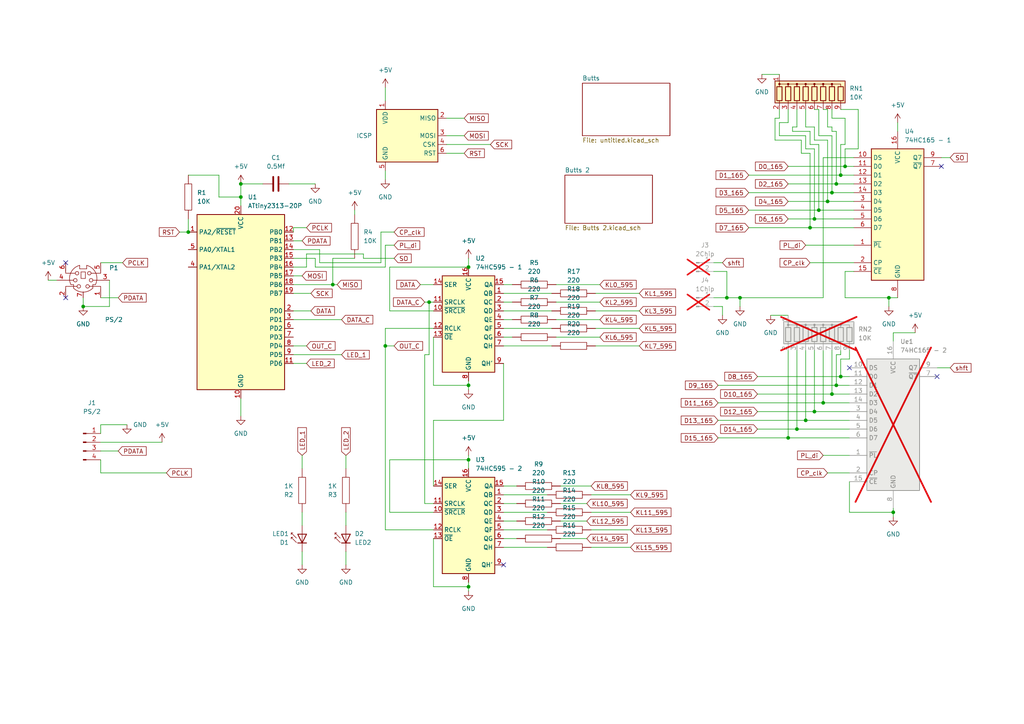
<source format=kicad_sch>
(kicad_sch (version 20230121) (generator eeschema)
  (paper "A4")
  (lib_symbols
    (symbol "74xx:74HC165"
      (property "Reference" "U" (at -7.62 19.05 0))
      (property "Value" "74HC165" (at -7.62 -21.59 0))
      (symbol "74HC165_1_0"
        (pin input line (at -12.7 -10.16 0) (length 5.08) (name "~{PL}") (number "1"))
        (pin input line (at -12.7 15.24 0) (length 5.08) (name "DS") (number "10"))
        (pin input line (at -12.7 12.7 0) (length 5.08) (name "D0") (number "11"))
        (pin input line (at -12.7 10.16 0) (length 5.08) (name "D1") (number "12"))
        (pin input line (at -12.7 7.62 0) (length 5.08) (name "D2") (number "13"))
        (pin input line (at -12.7 5.08 0) (length 5.08) (name "D3") (number "14"))
        (pin input line (at -12.7 -17.78 0) (length 5.08) (name "~{CE}") (number "15"))
        (pin power_in line (at 0 22.86 270) (length 5.08) (name "VCC") (number "16"))
        (pin input line (at -12.7 -15.24 0) (length 5.08) (name "CP") (number "2"))
        (pin input line (at -12.7 2.54 0) (length 5.08) (name "D4") (number "3"))
        (pin input line (at -12.7 0 0) (length 5.08) (name "D5") (number "4"))
        (pin input line (at -12.7 -2.54 0) (length 5.08) (name "D6") (number "5"))
        (pin input line (at -12.7 -5.08 0) (length 5.08) (name "D7") (number "6"))
        (pin output line (at 12.7 12.7 180) (length 5.08) (name "~{Q7}") (number "7"))
        (pin power_in line (at 0 -25.4 90) (length 5.08) (name "GND") (number "8"))
        (pin output line (at 12.7 15.24 180) (length 5.08) (name "Q7") (number "9"))
      )
      (symbol "74HC165_1_1"
        (rectangle (start -7.62 17.78) (end 7.62 -20.32) (stroke (width 0.254)) (fill (type background)))
      )
    )
    (symbol "74xx:74HC595"
      (property "Reference" "U" (at -7.62 13.97 0))
      (property "Value" "74HC595" (at -7.62 -16.51 0))
      (symbol "74HC595_1_0"
        (pin tri_state line (at 10.16 7.62 180) (length 2.54) (name "QB") (number "1"))
        (pin input line (at -10.16 2.54 0) (length 2.54) (name "~{SRCLR}") (number "10"))
        (pin input line (at -10.16 5.08 0) (length 2.54) (name "SRCLK") (number "11"))
        (pin input line (at -10.16 -2.54 0) (length 2.54) (name "RCLK") (number "12"))
        (pin input line (at -10.16 -5.08 0) (length 2.54) (name "~{OE}") (number "13"))
        (pin input line (at -10.16 10.16 0) (length 2.54) (name "SER") (number "14"))
        (pin tri_state line (at 10.16 10.16 180) (length 2.54) (name "QA") (number "15"))
        (pin power_in line (at 0 15.24 270) (length 2.54) (name "VCC") (number "16"))
        (pin tri_state line (at 10.16 5.08 180) (length 2.54) (name "QC") (number "2"))
        (pin tri_state line (at 10.16 2.54 180) (length 2.54) (name "QD") (number "3"))
        (pin tri_state line (at 10.16 0 180) (length 2.54) (name "QE") (number "4"))
        (pin tri_state line (at 10.16 -2.54 180) (length 2.54) (name "QF") (number "5"))
        (pin tri_state line (at 10.16 -5.08 180) (length 2.54) (name "QG") (number "6"))
        (pin tri_state line (at 10.16 -7.62 180) (length 2.54) (name "QH") (number "7"))
        (pin power_in line (at 0 -17.78 90) (length 2.54) (name "GND") (number "8"))
        (pin output line (at 10.16 -12.7 180) (length 2.54) (name "QH'") (number "9"))
      )
      (symbol "74HC595_1_1"
        (rectangle (start -7.62 12.7) (end 7.62 -15.24) (stroke (width 0.254)) (fill (type background)))
      )
    )
    (symbol "Connector:Conn_01x02_Male" (pin_names (offset 1.016) hide)
      (property "Reference" "J" (at 0 2.54 0))
      (property "Value" "Conn_01x02_Male" (at 0 -5.08 0))
      (symbol "Conn_01x02_Male_1_1"
        (polyline (pts (xy 1.27 -2.54) (xy 0.8636 -2.54)) (stroke (width 0.1524)))
        (polyline (pts (xy 1.27 0) (xy 0.8636 0)) (stroke (width 0.1524)))
        (rectangle (start 0.8636 -2.413) (end 0 -2.667) (stroke (width 0.1524)) (fill (type outline)))
        (rectangle (start 0.8636 0.127) (end 0 -0.127) (stroke (width 0.1524)) (fill (type outline)))
        (pin passive line (at 5.08 0 180) (length 3.81) (name "Pin_1") (number "1"))
        (pin passive line (at 5.08 -2.54 180) (length 3.81) (name "Pin_2") (number "2"))
      )
    )
    (symbol "Connector:Conn_01x04_Male" (pin_names (offset 1.016) hide)
      (property "Reference" "J" (at 0 5.08 0))
      (property "Value" "Conn_01x04_Male" (at 0 -7.62 0))
      (symbol "Conn_01x04_Male_1_1"
        (polyline (pts (xy 1.27 -5.08) (xy 0.8636 -5.08)) (stroke (width 0.1524)))
        (polyline (pts (xy 1.27 -2.54) (xy 0.8636 -2.54)) (stroke (width 0.1524)))
        (polyline (pts (xy 1.27 0) (xy 0.8636 0)) (stroke (width 0.1524)))
        (polyline (pts (xy 1.27 2.54) (xy 0.8636 2.54)) (stroke (width 0.1524)))
        (rectangle (start 0.8636 -4.953) (end 0 -5.207) (stroke (width 0.1524)) (fill (type outline)))
        (rectangle (start 0.8636 -2.413) (end 0 -2.667) (stroke (width 0.1524)) (fill (type outline)))
        (rectangle (start 0.8636 0.127) (end 0 -0.127) (stroke (width 0.1524)) (fill (type outline)))
        (rectangle (start 0.8636 2.667) (end 0 2.413) (stroke (width 0.1524)) (fill (type outline)))
        (pin passive line (at 5.08 2.54 180) (length 3.81) (name "Pin_1") (number "1"))
        (pin passive line (at 5.08 0 180) (length 3.81) (name "Pin_2") (number "2"))
        (pin passive line (at 5.08 -2.54 180) (length 3.81) (name "Pin_3") (number "3"))
        (pin passive line (at 5.08 -5.08 180) (length 3.81) (name "Pin_4") (number "4"))
      )
    )
    (symbol "Connector:Conn_PIC_ICSP_ICD"
      (property "Value" "ICSP" (at -8.89 0.0001 0))
      (symbol "Conn_PIC_ICSP_ICD_0_1"
        (rectangle (start -7.62 7.62) (end 10.16 -7.62) (stroke (width 0.254)) (fill (type background)))
      )
      (symbol "Conn_PIC_ICSP_ICD_1_1"
        (pin passive line (at -5.08 10.16 270) (length 2.54) (name "VDD") (number "1"))
        (pin passive line (at 12.7 5.08 180) (length 2.54) (name "MISO") (number "2"))
        (pin bidirectional line (at 12.7 0 180) (length 2.54) (name "MOSI") (number "3"))
        (pin output line (at 12.7 -2.54 180) (length 2.54) (name "CSK") (number "4"))
        (pin power_in line (at -5.08 -10.16 90) (length 2.54) (name "GND") (number "5"))
        (pin output line (at 12.7 -5.08 180) (length 2.54) (name "RST") (number "6"))
      )
    )
    (symbol "Custom1:Mini-DIN_6pins_ver4" (pin_names (offset 1.016) hide)
      (property "Reference" "P" (at 0 7.62 0))
      (property "Value" "Mini-DIN_6pins_ver4" (at 0 -7.62 0))
      (symbol "Mini-DIN_6pins_ver4_0_1"
        (arc (start -2.794 -2.286) (mid 0 -3.4433) (end 2.794 -2.286))
        (circle (center -2.286 0) (radius 0.508))
        (circle (center -1.778 2.032) (radius 0.508))
        (circle (center -1.27 -1.778) (radius 0.508))
        (arc (start -1.016 4.318) (mid -3.6119 2.131) (end -3.556 -1.27))
        (rectangle (start -0.635 2.413) (end 0.635 0.508))
        (polyline (pts (xy -5.08 0) (xy -2.794 0)))
        (polyline (pts (xy -2.794 -1.27) (xy -3.556 -1.27)))
        (polyline (pts (xy -2.794 -1.27) (xy -2.794 -2.286)))
        (polyline (pts (xy -1.016 3.302) (xy -1.016 4.318)))
        (polyline (pts (xy -1.016 3.302) (xy 1.016 3.302)))
        (polyline (pts (xy 1.016 3.302) (xy 1.016 4.318)))
        (polyline (pts (xy 2.794 -1.27) (xy 2.794 -2.286)))
        (polyline (pts (xy 2.794 -1.27) (xy 3.556 -1.27)))
        (polyline (pts (xy 2.794 0) (xy 5.08 0)))
        (polyline (pts (xy -2.286 2.032) (xy -5.08 2.032) (xy -5.08 2.54)))
        (polyline (pts (xy -1.778 -1.778) (xy -5.08 -1.778) (xy -5.08 -2.54)))
        (polyline (pts (xy 1.778 -1.778) (xy 5.08 -1.778) (xy 5.08 -2.54)))
        (polyline (pts (xy 2.286 2.032) (xy 5.08 2.032) (xy 5.08 2.54)))
        (circle (center 1.27 -1.778) (radius 0.508))
        (circle (center 1.778 2.032) (radius 0.508))
        (circle (center 2.286 0) (radius 0.508))
        (arc (start 3.556 -1.27) (mid 3.6268 2.1377) (end 1.016 4.318))
      )
      (symbol "Mini-DIN_6pins_ver4_1_1"
        (pin passive line (at 5.08 -5.08 90) (length 2.54) (name "1") (number "1"))
        (pin passive line (at -5.08 -5.08 90) (length 2.54) (name "2") (number "2"))
        (pin passive line (at 7.62 0 180) (length 2.54) (name "3") (number "3"))
        (pin passive line (at -7.62 0 0) (length 2.54) (name "4") (number "4"))
        (pin passive line (at 5.08 5.08 270) (length 2.54) (name "5") (number "5"))
        (pin passive line (at -5.08 5.08 270) (length 2.54) (name "~") (number "6"))
        (pin passive line (at 0 -5.08 90) (length 1.6764) (name "Shell") (number "7"))
      )
    )
    (symbol "Device:C" (pin_numbers hide) (pin_names (offset 0.254))
      (property "Reference" "C" (at 0.635 2.54 0))
      (property "Value" "C" (at 0.635 -2.54 0))
      (symbol "C_0_1"
        (polyline (pts (xy -2.032 -0.762) (xy 2.032 -0.762)) (stroke (width 0.508)))
        (polyline (pts (xy -2.032 0.762) (xy 2.032 0.762)) (stroke (width 0.508)))
      )
      (symbol "C_1_1"
        (pin passive line (at 0 3.81 270) (length 2.794) (name "~") (number "1"))
        (pin passive line (at 0 -3.81 90) (length 2.794) (name "~") (number "2"))
      )
    )
    (symbol "Device:R_Network08" (pin_names (offset 0) hide)
      (property "Reference" "RN" (at -12.7 0 90))
      (property "Value" "R_Network08" (at 10.16 0 90))
      (symbol "R_Network08_0_1"
        (rectangle (start -11.43 -3.175) (end 8.89 3.175) (stroke (width 0.254)) (fill (type background)))
        (rectangle (start -10.922 1.524) (end -9.398 -2.54) (stroke (width 0.254)))
        (circle (center -10.16 2.286) (radius 0.254) (fill (type outline)))
        (rectangle (start -8.382 1.524) (end -6.858 -2.54) (stroke (width 0.254)))
        (circle (center -7.62 2.286) (radius 0.254) (fill (type outline)))
        (rectangle (start -5.842 1.524) (end -4.318 -2.54) (stroke (width 0.254)))
        (circle (center -5.08 2.286) (radius 0.254) (fill (type outline)))
        (rectangle (start -3.302 1.524) (end -1.778 -2.54) (stroke (width 0.254)))
        (circle (center -2.54 2.286) (radius 0.254) (fill (type outline)))
        (rectangle (start -0.762 1.524) (end 0.762 -2.54) (stroke (width 0.254)))
        (polyline (pts (xy -10.16 -2.54) (xy -10.16 -3.81)))
        (polyline (pts (xy -7.62 -2.54) (xy -7.62 -3.81)))
        (polyline (pts (xy -5.08 -2.54) (xy -5.08 -3.81)))
        (polyline (pts (xy -2.54 -2.54) (xy -2.54 -3.81)))
        (polyline (pts (xy 0 -2.54) (xy 0 -3.81)))
        (polyline (pts (xy 2.54 -2.54) (xy 2.54 -3.81)))
        (polyline (pts (xy 5.08 -2.54) (xy 5.08 -3.81)))
        (polyline (pts (xy 7.62 -2.54) (xy 7.62 -3.81)))
        (polyline (pts (xy -10.16 1.524) (xy -10.16 2.286) (xy -7.62 2.286) (xy -7.62 1.524)))
        (polyline (pts (xy -7.62 1.524) (xy -7.62 2.286) (xy -5.08 2.286) (xy -5.08 1.524)))
        (polyline (pts (xy -5.08 1.524) (xy -5.08 2.286) (xy -2.54 2.286) (xy -2.54 1.524)))
        (polyline (pts (xy -2.54 1.524) (xy -2.54 2.286) (xy 0 2.286) (xy 0 1.524)))
        (polyline (pts (xy 0 1.524) (xy 0 2.286) (xy 2.54 2.286) (xy 2.54 1.524)))
        (polyline (pts (xy 2.54 1.524) (xy 2.54 2.286) (xy 5.08 2.286) (xy 5.08 1.524)))
        (polyline (pts (xy 5.08 1.524) (xy 5.08 2.286) (xy 7.62 2.286) (xy 7.62 1.524)))
        (circle (center 0 2.286) (radius 0.254) (fill (type outline)))
        (rectangle (start 1.778 1.524) (end 3.302 -2.54) (stroke (width 0.254)))
        (circle (center 2.54 2.286) (radius 0.254) (fill (type outline)))
        (rectangle (start 4.318 1.524) (end 5.842 -2.54) (stroke (width 0.254)))
        (circle (center 5.08 2.286) (radius 0.254) (fill (type outline)))
        (rectangle (start 6.858 1.524) (end 8.382 -2.54) (stroke (width 0.254)))
      )
      (symbol "R_Network08_1_1"
        (pin passive line (at -10.16 5.08 270) (length 2.54) (name "common") (number "1"))
        (pin passive line (at -10.16 -5.08 90) (length 1.27) (name "R1") (number "2"))
        (pin passive line (at -7.62 -5.08 90) (length 1.27) (name "R2") (number "3"))
        (pin passive line (at -5.08 -5.08 90) (length 1.27) (name "R3") (number "4"))
        (pin passive line (at -2.54 -5.08 90) (length 1.27) (name "R4") (number "5"))
        (pin passive line (at 0 -5.08 90) (length 1.27) (name "R5") (number "6"))
        (pin passive line (at 2.54 -5.08 90) (length 1.27) (name "R6") (number "7"))
        (pin passive line (at 5.08 -5.08 90) (length 1.27) (name "R7") (number "8"))
        (pin passive line (at 7.62 -5.08 90) (length 1.27) (name "R8") (number "9"))
      )
    )
    (symbol "LED:LD271" (pin_numbers hide) (pin_names (offset 1.016) hide)
      (property "Reference" "D" (at 0.508 1.778 0))
      (property "Value" "LD271" (at -1.016 -2.794 0))
      (symbol "LD271_0_1"
        (polyline (pts (xy -2.54 1.27) (xy -2.54 -1.27)) (stroke (width 0.254)))
        (polyline (pts (xy 0 0) (xy -2.54 0)))
        (polyline (pts (xy 0.381 3.175) (xy -0.127 3.175)))
        (polyline (pts (xy -1.143 1.651) (xy 0.381 3.175) (xy 0.381 2.667)))
        (polyline (pts (xy 0 -1.27) (xy -2.54 0) (xy 0 1.27) (xy 0 -1.27)) (stroke (width 0.254)))
        (polyline (pts (xy -2.413 1.651) (xy -0.889 3.175) (xy -0.889 2.667) (xy -0.889 3.175) (xy -1.397 3.175)))
      )
      (symbol "LD271_1_1"
        (pin passive line (at -5.08 0 0) (length 2.54) (name "K") (number "1"))
        (pin passive line (at 2.54 0 180) (length 2.54) (name "A") (number "2"))
      )
    )
    (symbol "MCU_Microchip_ATtiny:ATtiny2313-20P"
      (property "Reference" "U" (at -12.7 26.67 0))
      (property "Value" "ATtiny2313-20P" (at 2.54 -26.67 0))
      (symbol "ATtiny2313-20P_0_1"
        (rectangle (start -12.7 -25.4) (end 12.7 25.4) (stroke (width 0.254)) (fill (type background)))
      )
      (symbol "ATtiny2313-20P_1_1"
        (pin bidirectional line (at -15.24 20.32 0) (length 2.54) (name "PA2/~{RESET}") (number "1"))
        (pin power_in line (at 0 -27.94 90) (length 2.54) (name "GND") (number "10"))
        (pin bidirectional line (at 15.24 -17.78 180) (length 2.54) (name "PD6") (number "11"))
        (pin bidirectional line (at 15.24 20.32 180) (length 2.54) (name "PB0") (number "12"))
        (pin bidirectional line (at 15.24 17.78 180) (length 2.54) (name "PB1") (number "13"))
        (pin bidirectional line (at 15.24 15.24 180) (length 2.54) (name "PB2") (number "14"))
        (pin bidirectional line (at 15.24 12.7 180) (length 2.54) (name "PB3") (number "15"))
        (pin bidirectional line (at 15.24 10.16 180) (length 2.54) (name "PB4") (number "16"))
        (pin bidirectional line (at 15.24 7.62 180) (length 2.54) (name "PB5") (number "17"))
        (pin bidirectional line (at 15.24 5.08 180) (length 2.54) (name "PB6") (number "18"))
        (pin bidirectional line (at 15.24 2.54 180) (length 2.54) (name "PB7") (number "19"))
        (pin bidirectional line (at 15.24 -2.54 180) (length 2.54) (name "PD0") (number "2"))
        (pin power_in line (at 0 27.94 270) (length 2.54) (name "VCC") (number "20"))
        (pin bidirectional line (at 15.24 -5.08 180) (length 2.54) (name "PD1") (number "3"))
        (pin bidirectional line (at -15.24 10.16 0) (length 2.54) (name "PA1/XTAL2") (number "4"))
        (pin bidirectional line (at -15.24 15.24 0) (length 2.54) (name "PA0/XTAL1") (number "5"))
        (pin bidirectional line (at 15.24 -7.62 180) (length 2.54) (name "PD2") (number "6"))
        (pin bidirectional line (at 15.24 -10.16 180) (length 2.54) (name "PD3") (number "7"))
        (pin bidirectional line (at 15.24 -12.7 180) (length 2.54) (name "PD4") (number "8"))
        (pin bidirectional line (at 15.24 -15.24 180) (length 2.54) (name "PD5") (number "9"))
      )
    )
    (symbol "power:+5V" (power) (pin_names (offset 0))
      (property "Value" "+5V" (at 0 3.556 0))
      (symbol "+5V_0_1"
        (polyline (pts (xy -0.762 1.27) (xy 0 2.54)))
        (polyline (pts (xy 0 0) (xy 0 2.54)))
        (polyline (pts (xy 0 2.54) (xy 0.762 1.27)))
      )
      (symbol "+5V_1_1"
        (pin power_in line (at 0 0 90) (length 0) hide (name "+5V") (number "1"))
      )
    )
    (symbol "power:GND" (power) (pin_names (offset 0))
      (property "Value" "GND" (at 0 -3.81 0))
      (symbol "GND_0_1"
        (polyline (pts (xy 0 0) (xy 0 -1.27) (xy 1.27 -1.27) (xy 0 -2.54) (xy -1.27 -1.27) (xy 0 -1.27)))
      )
      (symbol "GND_1_1"
        (pin power_in line (at 0 0 270) (length 0) hide (name "GND") (number "1"))
      )
    )
    (symbol "pspice:R" (pin_numbers hide) (pin_names (offset 0))
      (property "Reference" "R" (at 2.032 0 90))
      (property "Value" "R" (at 0 0 90))
      (symbol "R_0_1"
        (rectangle (start -1.016 3.81) (end 1.016 -3.81))
      )
      (symbol "R_1_1"
        (pin passive line (at 0 6.35 270) (length 2.54) (name "~") (number "1"))
        (pin passive line (at 0 -6.35 90) (length 2.54) (name "~") (number "2"))
      )
    )
  )
  (junction (at 69.85 57.15))
  (junction (at 240.03 58.42))
  (junction (at 214.63 86.36))
  (junction (at 243.84 109.22))
  (junction (at 257.81 86.36))
  (junction (at 242.57 111.76))
  (junction (at 210.82 86.36))
  (junction (at 69.85 53.34))
  (junction (at 124.46 87.63))
  (junction (at 242.57 53.34))
  (junction (at 236.22 119.38))
  (junction (at 241.3 114.3))
  (junction (at 241.3 55.88))
  (junction (at 54.61 67.31))
  (junction (at 96.52 82.55))
  (junction (at 135.89 170.18))
  (junction (at 135.89 133.35))
  (junction (at 243.84 50.8))
  (junction (at 135.89 77.47))
  (junction (at 24.13 88.9))
  (junction (at 259.08 148.59))
  (junction (at 231.14 124.46))
  (junction (at 111.76 100.33))
  (junction (at 135.89 111.76))
  (junction (at 233.68 121.92))
  (junction (at 237.49 60.96))
  (junction (at 228.6 127))
  (junction (at 234.95 66.04))
  (junction (at 238.76 116.84))
  (junction (at 245.11 48.26))
  (junction (at 236.22 63.5))
  (no_connect (at 19.05 76.2))
  (no_connect (at 19.05 86.36))
  (no_connect (at 273.05 48.26))
  (no_connect (at 246.38 106.68))
  (no_connect (at 271.78 109.22))
  (no_connect (at 146.05 163.83))
  (wire (pts (xy 231.14 101.6) (xy 231.14 124.46)))
  (wire (pts (xy 208.28 116.84) (xy 238.76 116.84)))
  (wire (pts (xy 146.05 85.09) (xy 160.02 85.09)))
  (wire (pts (xy 265.43 96.52) (xy 259.08 96.52)))
  (wire (pts (xy 135.89 111.76) (xy 135.89 113.03)))
  (wire (pts (xy 259.08 148.59) (xy 259.08 149.86)))
  (wire (pts (xy 237.49 31.75) (xy 237.49 39.37)))
  (wire (pts (xy 146.05 143.51) (xy 158.75 143.51)))
  (wire (pts (xy 161.29 97.79) (xy 173.99 97.79)))
  (wire (pts (xy 129.54 39.37) (xy 134.62 39.37)))
  (wire (pts (xy 88.9 77.47) (xy 85.09 77.47)))
  (wire (pts (xy 102.87 74.93) (xy 96.52 74.93)))
  (wire (pts (xy 146.05 140.97) (xy 149.86 140.97)))
  (wire (pts (xy 236.22 40.64) (xy 240.03 40.64)))
  (wire (pts (xy 234.95 76.2) (xy 247.65 76.2)))
  (wire (pts (xy 100.33 152.4) (xy 100.33 148.59)))
  (wire (pts (xy 208.28 111.76) (xy 242.57 111.76)))
  (wire (pts (xy 48.26 137.16) (xy 29.21 137.16)))
  (wire (pts (xy 243.84 41.91) (xy 243.84 50.8)))
  (wire (pts (xy 129.54 34.29) (xy 134.62 34.29)))
  (wire (pts (xy 219.71 119.38) (xy 236.22 119.38)))
  (wire (pts (xy 240.03 40.64) (xy 240.03 58.42)))
  (wire (pts (xy 13.97 81.28) (xy 16.51 81.28)))
  (wire (pts (xy 243.84 50.8) (xy 247.65 50.8)))
  (wire (pts (xy 111.76 100.33) (xy 111.76 153.67)))
  (wire (pts (xy 146.05 87.63) (xy 148.59 87.63)))
  (wire (pts (xy 237.49 39.37) (xy 241.3 39.37)))
  (wire (pts (xy 241.3 36.83) (xy 241.3 38.1)))
  (wire (pts (xy 240.03 36.83) (xy 240.03 31.75)))
  (wire (pts (xy 245.11 48.26) (xy 247.65 48.26)))
  (wire (pts (xy 125.73 95.25) (xy 111.76 95.25)))
  (wire (pts (xy 110.49 67.31) (xy 110.49 76.2)))
  (wire (pts (xy 248.92 31.75) (xy 243.84 31.75)))
  (wire (pts (xy 85.09 82.55) (xy 96.52 82.55)))
  (wire (pts (xy 245.11 34.29) (xy 245.11 41.91)))
  (wire (pts (xy 224.79 34.29) (xy 226.06 34.29)))
  (wire (pts (xy 63.5 50.8) (xy 63.5 57.15)))
  (wire (pts (xy 237.49 60.96) (xy 247.65 60.96)))
  (wire (pts (xy 146.05 100.33) (xy 160.02 100.33)))
  (wire (pts (xy 231.14 124.46) (xy 246.38 124.46)))
  (wire (pts (xy 135.89 74.93) (xy 135.89 77.47)))
  (wire (pts (xy 238.76 116.84) (xy 246.38 116.84)))
  (wire (pts (xy 219.71 124.46) (xy 231.14 124.46)))
  (wire (pts (xy 240.03 31.75) (xy 238.76 31.75)))
  (wire (pts (xy 219.71 109.22) (xy 243.84 109.22)))
  (wire (pts (xy 228.6 101.6) (xy 228.6 127)))
  (wire (pts (xy 102.87 60.96) (xy 102.87 62.23)))
  (wire (pts (xy 129.54 41.91) (xy 142.24 41.91)))
  (wire (pts (xy 208.28 127) (xy 228.6 127)))
  (wire (pts (xy 207.01 86.36) (xy 210.82 86.36)))
  (wire (pts (xy 172.72 85.09) (xy 185.42 85.09)))
  (wire (pts (xy 234.95 41.91) (xy 237.49 41.91)))
  (wire (pts (xy 88.9 66.04) (xy 85.09 66.04)))
  (wire (pts (xy 217.17 60.96) (xy 237.49 60.96)))
  (wire (pts (xy 171.45 153.67) (xy 182.88 153.67)))
  (wire (pts (xy 240.03 58.42) (xy 247.65 58.42)))
  (wire (pts (xy 241.3 36.83) (xy 240.03 36.83)))
  (wire (pts (xy 85.09 102.87) (xy 99.06 102.87)))
  (wire (pts (xy 214.63 86.36) (xy 238.76 86.36)))
  (wire (pts (xy 83.82 53.34) (xy 91.44 53.34)))
  (wire (pts (xy 228.6 63.5) (xy 236.22 63.5)))
  (wire (pts (xy 210.82 86.36) (xy 214.63 86.36)))
  (wire (pts (xy 96.52 82.55) (xy 97.79 82.55)))
  (wire (pts (xy 247.65 45.72) (xy 238.76 45.72)))
  (wire (pts (xy 208.28 121.92) (xy 233.68 121.92)))
  (wire (pts (xy 233.68 39.37) (xy 233.68 43.18)))
  (wire (pts (xy 123.19 87.63) (xy 124.46 87.63)))
  (wire (pts (xy 226.06 39.37) (xy 233.68 39.37)))
  (wire (pts (xy 161.29 92.71) (xy 173.99 92.71)))
  (wire (pts (xy 54.61 63.5) (xy 54.61 67.31)))
  (wire (pts (xy 228.6 58.42) (xy 240.03 58.42)))
  (wire (pts (xy 245.11 43.18) (xy 245.11 48.26)))
  (wire (pts (xy 259.08 147.32) (xy 259.08 148.59)))
  (wire (pts (xy 242.57 102.87) (xy 242.57 111.76)))
  (wire (pts (xy 273.05 45.72) (xy 275.59 45.72)))
  (wire (pts (xy 257.81 86.36) (xy 257.81 88.9)))
  (wire (pts (xy 171.45 158.75) (xy 182.88 158.75)))
  (wire (pts (xy 172.72 90.17) (xy 185.42 90.17)))
  (wire (pts (xy 241.3 101.6) (xy 241.3 114.3)))
  (wire (pts (xy 125.73 97.79) (xy 125.73 111.76)))
  (wire (pts (xy 125.73 146.05) (xy 123.19 146.05)))
  (wire (pts (xy 96.52 74.93) (xy 96.52 82.55)))
  (wire (pts (xy 241.3 114.3) (xy 246.38 114.3)))
  (wire (pts (xy 146.05 90.17) (xy 160.02 90.17)))
  (wire (pts (xy 236.22 101.6) (xy 236.22 119.38)))
  (wire (pts (xy 223.52 91.44) (xy 228.6 91.44)))
  (wire (pts (xy 242.57 111.76) (xy 246.38 111.76)))
  (wire (pts (xy 135.89 110.49) (xy 135.89 111.76)))
  (wire (pts (xy 214.63 86.36) (xy 214.63 88.9)))
  (wire (pts (xy 209.55 88.9) (xy 207.01 88.9)))
  (wire (pts (xy 233.68 43.18) (xy 236.22 43.18)))
  (wire (pts (xy 209.55 91.44) (xy 209.55 88.9)))
  (wire (pts (xy 236.22 63.5) (xy 247.65 63.5)))
  (wire (pts (xy 125.73 111.76) (xy 135.89 111.76)))
  (wire (pts (xy 146.05 97.79) (xy 148.59 97.79)))
  (wire (pts (xy 85.09 85.09) (xy 90.17 85.09)))
  (wire (pts (xy 162.56 146.05) (xy 170.18 146.05)))
  (wire (pts (xy 228.6 53.34) (xy 242.57 53.34)))
  (wire (pts (xy 245.11 41.91) (xy 243.84 41.91)))
  (wire (pts (xy 29.21 128.27) (xy 46.99 128.27)))
  (wire (pts (xy 248.92 43.18) (xy 245.11 43.18)))
  (wire (pts (xy 260.35 35.56) (xy 260.35 38.1)))
  (wire (pts (xy 233.68 121.92) (xy 246.38 121.92)))
  (wire (pts (xy 220.98 21.59) (xy 226.06 21.59)))
  (wire (pts (xy 121.92 82.55) (xy 125.73 82.55)))
  (wire (pts (xy 236.22 43.18) (xy 236.22 63.5)))
  (wire (pts (xy 113.03 133.35) (xy 113.03 148.59)))
  (wire (pts (xy 36.83 123.19) (xy 29.21 123.19)))
  (wire (pts (xy 111.76 49.53) (xy 111.76 52.07)))
  (wire (pts (xy 146.05 95.25) (xy 160.02 95.25)))
  (wire (pts (xy 234.95 66.04) (xy 247.65 66.04)))
  (wire (pts (xy 243.84 102.87) (xy 242.57 102.87)))
  (wire (pts (xy 125.73 140.97) (xy 125.73 121.92)))
  (wire (pts (xy 243.84 101.6) (xy 243.84 102.87)))
  (wire (pts (xy 171.45 148.59) (xy 182.88 148.59)))
  (wire (pts (xy 146.05 92.71) (xy 148.59 92.71)))
  (wire (pts (xy 224.79 34.29) (xy 224.79 40.64)))
  (wire (pts (xy 224.79 40.64) (xy 232.41 40.64)))
  (wire (pts (xy 146.05 156.21) (xy 149.86 156.21)))
  (wire (pts (xy 242.57 38.1) (xy 242.57 53.34)))
  (wire (pts (xy 146.05 148.59) (xy 158.75 148.59)))
  (wire (pts (xy 229.87 38.1) (xy 234.95 38.1)))
  (wire (pts (xy 231.14 36.83) (xy 231.14 31.75)))
  (wire (pts (xy 245.11 78.74) (xy 245.11 86.36)))
  (wire (pts (xy 92.71 72.39) (xy 85.09 72.39)))
  (wire (pts (xy 217.17 66.04) (xy 234.95 66.04)))
  (wire (pts (xy 238.76 45.72) (xy 238.76 86.36)))
  (wire (pts (xy 29.21 130.81) (xy 34.29 130.81)))
  (wire (pts (xy 85.09 90.17) (xy 90.17 90.17)))
  (wire (pts (xy 135.89 133.35) (xy 135.89 135.89)))
  (wire (pts (xy 237.49 31.75) (xy 236.22 31.75)))
  (wire (pts (xy 125.73 90.17) (xy 113.03 90.17)))
  (wire (pts (xy 29.21 86.36) (xy 34.29 86.36)))
  (wire (pts (xy 229.87 36.83) (xy 231.14 36.83)))
  (wire (pts (xy 105.41 73.66) (xy 88.9 73.66)))
  (wire (pts (xy 162.56 140.97) (xy 171.45 140.97)))
  (wire (pts (xy 63.5 57.15) (xy 69.85 57.15)))
  (wire (pts (xy 226.06 35.56) (xy 226.06 39.37)))
  (wire (pts (xy 111.76 153.67) (xy 125.73 153.67)))
  (wire (pts (xy 29.21 137.16) (xy 29.21 133.35)))
  (wire (pts (xy 226.06 35.56) (xy 228.6 35.56)))
  (wire (pts (xy 123.19 146.05) (xy 123.19 102.87)))
  (wire (pts (xy 91.44 74.93) (xy 85.09 74.93)))
  (wire (pts (xy 125.73 121.92) (xy 146.05 121.92)))
  (wire (pts (xy 226.06 31.75) (xy 226.06 34.29)))
  (wire (pts (xy 260.35 86.36) (xy 257.81 86.36)))
  (wire (pts (xy 161.29 82.55) (xy 173.99 82.55)))
  (wire (pts (xy 125.73 156.21) (xy 125.73 170.18)))
  (wire (pts (xy 243.84 104.14) (xy 243.84 109.22)))
  (wire (pts (xy 87.63 160.02) (xy 87.63 163.83)))
  (wire (pts (xy 259.08 96.52) (xy 259.08 99.06)))
  (wire (pts (xy 219.71 114.3) (xy 241.3 114.3)))
  (wire (pts (xy 85.09 69.85) (xy 87.63 69.85)))
  (wire (pts (xy 238.76 101.6) (xy 238.76 116.84)))
  (wire (pts (xy 124.46 87.63) (xy 125.73 87.63)))
  (wire (pts (xy 271.78 106.68) (xy 275.59 106.68)))
  (wire (pts (xy 111.76 77.47) (xy 91.44 77.47)))
  (wire (pts (xy 88.9 73.66) (xy 88.9 77.47)))
  (wire (pts (xy 172.72 100.33) (xy 185.42 100.33)))
  (wire (pts (xy 85.09 105.41) (xy 88.9 105.41)))
  (wire (pts (xy 69.85 53.34) (xy 69.85 57.15)))
  (wire (pts (xy 24.13 86.36) (xy 24.13 88.9)))
  (wire (pts (xy 29.21 76.2) (xy 35.56 76.2)))
  (wire (pts (xy 69.85 115.57) (xy 69.85 120.65)))
  (wire (pts (xy 110.49 76.2) (xy 92.71 76.2)))
  (wire (pts (xy 76.2 53.34) (xy 69.85 53.34)))
  (wire (pts (xy 113.03 77.47) (xy 135.89 77.47)))
  (wire (pts (xy 228.6 127) (xy 246.38 127)))
  (wire (pts (xy 31.75 81.28) (xy 31.75 88.9)))
  (wire (pts (xy 85.09 80.01) (xy 87.63 80.01)))
  (wire (pts (xy 113.03 148.59) (xy 125.73 148.59)))
  (wire (pts (xy 100.33 132.08) (xy 100.33 135.89)))
  (wire (pts (xy 217.17 55.88) (xy 241.3 55.88)))
  (wire (pts (xy 146.05 151.13) (xy 149.86 151.13)))
  (wire (pts (xy 146.05 82.55) (xy 148.59 82.55)))
  (wire (pts (xy 207.01 76.2) (xy 209.55 76.2)))
  (wire (pts (xy 161.29 87.63) (xy 173.99 87.63)))
  (wire (pts (xy 229.87 36.83) (xy 229.87 38.1)))
  (wire (pts (xy 207.01 78.74) (xy 210.82 78.74)))
  (wire (pts (xy 146.05 158.75) (xy 158.75 158.75)))
  (wire (pts (xy 146.05 121.92) (xy 146.05 105.41)))
  (wire (pts (xy 232.41 40.64) (xy 232.41 44.45)))
  (wire (pts (xy 243.84 109.22) (xy 246.38 109.22)))
  (wire (pts (xy 111.76 100.33) (xy 114.3 100.33)))
  (wire (pts (xy 162.56 151.13) (xy 170.18 151.13)))
  (wire (pts (xy 233.68 101.6) (xy 233.68 121.92)))
  (wire (pts (xy 69.85 57.15) (xy 69.85 59.69)))
  (wire (pts (xy 135.89 132.08) (xy 135.89 133.35)))
  (wire (pts (xy 246.38 101.6) (xy 246.38 104.14)))
  (wire (pts (xy 245.11 34.29) (xy 241.3 34.29)))
  (wire (pts (xy 248.92 31.75) (xy 248.92 43.18)))
  (wire (pts (xy 162.56 156.21) (xy 170.18 156.21)))
  (wire (pts (xy 146.05 146.05) (xy 149.86 146.05)))
  (wire (pts (xy 172.72 95.25) (xy 185.42 95.25)))
  (wire (pts (xy 100.33 160.02) (xy 100.33 163.83)))
  (wire (pts (xy 246.38 139.7) (xy 246.38 148.59)))
  (wire (pts (xy 54.61 50.8) (xy 63.5 50.8)))
  (wire (pts (xy 124.46 102.87) (xy 124.46 87.63)))
  (wire (pts (xy 228.6 35.56) (xy 228.6 31.75)))
  (wire (pts (xy 111.76 95.25) (xy 111.76 100.33)))
  (wire (pts (xy 125.73 170.18) (xy 135.89 170.18)))
  (wire (pts (xy 114.3 74.93) (xy 105.41 74.93)))
  (wire (pts (xy 241.3 55.88) (xy 247.65 55.88)))
  (wire (pts (xy 135.89 168.91) (xy 135.89 170.18)))
  (wire (pts (xy 135.89 133.35) (xy 113.03 133.35)))
  (wire (pts (xy 240.03 137.16) (xy 246.38 137.16)))
  (wire (pts (xy 241.3 39.37) (xy 241.3 55.88)))
  (wire (pts (xy 245.11 86.36) (xy 257.81 86.36)))
  (wire (pts (xy 228.6 48.26) (xy 245.11 48.26)))
  (wire (pts (xy 246.38 148.59) (xy 259.08 148.59)))
  (wire (pts (xy 234.95 38.1) (xy 234.95 41.91)))
  (wire (pts (xy 114.3 71.12) (xy 111.76 71.12)))
  (wire (pts (xy 233.68 31.75) (xy 233.68 36.83)))
  (wire (pts (xy 171.45 143.51) (xy 182.88 143.51)))
  (wire (pts (xy 234.95 44.45) (xy 234.95 66.04)))
  (wire (pts (xy 87.63 132.08) (xy 87.63 135.89)))
  (wire (pts (xy 105.41 74.93) (xy 105.41 73.66)))
  (wire (pts (xy 111.76 25.4) (xy 111.76 29.21)))
  (wire (pts (xy 85.09 100.33) (xy 88.9 100.33)))
  (wire (pts (xy 113.03 90.17) (xy 113.03 77.47)))
  (wire (pts (xy 246.38 104.14) (xy 243.84 104.14)))
  (wire (pts (xy 135.89 170.18) (xy 135.89 171.45)))
  (wire (pts (xy 87.63 152.4) (xy 87.63 148.59)))
  (wire (pts (xy 29.21 123.19) (xy 29.21 125.73)))
  (wire (pts (xy 129.54 44.45) (xy 134.62 44.45)))
  (wire (pts (xy 233.68 71.12) (xy 247.65 71.12)))
  (wire (pts (xy 210.82 78.74) (xy 210.82 86.36)))
  (wire (pts (xy 242.57 53.34) (xy 247.65 53.34)))
  (wire (pts (xy 85.09 66.04) (xy 85.09 67.31)))
  (wire (pts (xy 114.3 67.31) (xy 110.49 67.31)))
  (wire (pts (xy 236.22 36.83) (xy 236.22 40.64)))
  (wire (pts (xy 52.07 67.31) (xy 54.61 67.31)))
  (wire (pts (xy 92.71 76.2) (xy 92.71 72.39)))
  (wire (pts (xy 238.76 132.08) (xy 246.38 132.08)))
  (wire (pts (xy 236.22 119.38) (xy 246.38 119.38)))
  (wire (pts (xy 237.49 41.91) (xy 237.49 60.96)))
  (wire (pts (xy 85.09 92.71) (xy 99.06 92.71)))
  (wire (pts (xy 91.44 77.47) (xy 91.44 74.93)))
  (wire (pts (xy 233.68 36.83) (xy 236.22 36.83)))
  (wire (pts (xy 217.17 50.8) (xy 243.84 50.8)))
  (wire (pts (xy 111.76 71.12) (xy 111.76 77.47)))
  (wire (pts (xy 123.19 102.87) (xy 124.46 102.87)))
  (wire (pts (xy 247.65 78.74) (xy 245.11 78.74)))
  (wire (pts (xy 241.3 38.1) (xy 242.57 38.1)))
  (wire (pts (xy 24.13 88.9) (xy 31.75 88.9)))
  (wire (pts (xy 146.05 153.67) (xy 158.75 153.67)))
  (wire (pts (xy 232.41 44.45) (xy 234.95 44.45)))
  (wire (pts (xy 241.3 34.29) (xy 241.3 31.75)))
  (global_label "PDATA" (shape input) (at 34.29 130.81 0) (property "Intersheetrefs" "${INTERSHEET_REFS}" (effects hide)))
  (global_label "DATA_C" (shape input) (at 99.06 92.71 0) (property "Intersheetrefs" "${INTERSHEET_REFS}" (effects hide)))
  (global_label "SCK" (shape input) (at 142.24 41.91 0) (property "Intersheetrefs" "${INTERSHEET_REFS}" (effects hide)))
  (global_label "KL5_595" (shape input) (at 185.42 95.25 0) (property "Intersheetrefs" "${INTERSHEET_REFS}" (effects hide)))
  (global_label "KL4_595" (shape input) (at 173.99 92.71 0) (property "Intersheetrefs" "${INTERSHEET_REFS}" (effects hide)))
  (global_label "D11_165" (shape input) (at 208.28 116.84 180) (property "Intersheetrefs" "${INTERSHEET_REFS}" (effects hide)))
  (global_label "MOSI" (shape input) (at 134.62 39.37 0) (property "Intersheetrefs" "${INTERSHEET_REFS}" (effects hide)))
  (global_label "shft" (shape input) (at 275.59 106.68 0) (property "Intersheetrefs" "${INTERSHEET_REFS}" (effects hide)))
  (global_label "LED_1" (shape input) (at 99.06 102.87 0) (property "Intersheetrefs" "${INTERSHEET_REFS}" (effects hide)))
  (global_label "RST" (shape input) (at 134.62 44.45 0) (property "Intersheetrefs" "${INTERSHEET_REFS}" (effects hide)))
  (global_label "PL_di" (shape input) (at 114.3 71.12 0) (property "Intersheetrefs" "${INTERSHEET_REFS}" (effects hide)))
  (global_label "MISO" (shape input) (at 134.62 34.29 0) (property "Intersheetrefs" "${INTERSHEET_REFS}" (effects hide)))
  (global_label "shft" (shape input) (at 209.55 76.2 0) (property "Intersheetrefs" "${INTERSHEET_REFS}" (effects hide)))
  (global_label "SCK" (shape input) (at 90.17 85.09 0) (property "Intersheetrefs" "${INTERSHEET_REFS}" (effects hide)))
  (global_label "OUT_C" (shape input) (at 88.9 100.33 0) (property "Intersheetrefs" "${INTERSHEET_REFS}" (effects hide)))
  (global_label "KL9_595" (shape input) (at 182.88 143.51 0) (property "Intersheetrefs" "${INTERSHEET_REFS}" (effects hide)))
  (global_label "PCLK" (shape input) (at 48.26 137.16 0) (property "Intersheetrefs" "${INTERSHEET_REFS}" (effects hide)))
  (global_label "LED_1" (shape input) (at 87.63 132.08 90) (property "Intersheetrefs" "${INTERSHEET_REFS}" (effects hide)))
  (global_label "PL_di" (shape input) (at 238.76 132.08 180) (property "Intersheetrefs" "${INTERSHEET_REFS}" (effects hide)))
  (global_label "KL11_595" (shape input) (at 182.88 148.59 0) (property "Intersheetrefs" "${INTERSHEET_REFS}" (effects hide)))
  (global_label "D14_165" (shape input) (at 219.71 124.46 180) (property "Intersheetrefs" "${INTERSHEET_REFS}" (effects hide)))
  (global_label "CP_clk" (shape input) (at 240.03 137.16 180) (property "Intersheetrefs" "${INTERSHEET_REFS}" (effects hide)))
  (global_label "DATA_C" (shape input) (at 123.19 87.63 180) (property "Intersheetrefs" "${INTERSHEET_REFS}" (effects hide)))
  (global_label "D6_165" (shape input) (at 228.6 63.5 180) (property "Intersheetrefs" "${INTERSHEET_REFS}" (effects hide)))
  (global_label "OUT_C" (shape input) (at 114.3 100.33 0) (property "Intersheetrefs" "${INTERSHEET_REFS}" (effects hide)))
  (global_label "D5_165" (shape input) (at 217.17 60.96 180) (property "Intersheetrefs" "${INTERSHEET_REFS}" (effects hide)))
  (global_label "D7_165" (shape input) (at 217.17 66.04 180) (property "Intersheetrefs" "${INTERSHEET_REFS}" (effects hide)))
  (global_label "D2_165" (shape input) (at 228.6 53.34 180) (property "Intersheetrefs" "${INTERSHEET_REFS}" (effects hide)))
  (global_label "CP_clk" (shape input) (at 234.95 76.2 180) (property "Intersheetrefs" "${INTERSHEET_REFS}" (effects hide)))
  (global_label "LED_2" (shape input) (at 100.33 132.08 90) (property "Intersheetrefs" "${INTERSHEET_REFS}" (effects hide)))
  (global_label "KL10_595" (shape input) (at 170.18 146.05 0) (property "Intersheetrefs" "${INTERSHEET_REFS}" (effects hide)))
  (global_label "D15_165" (shape input) (at 208.28 127 180) (property "Intersheetrefs" "${INTERSHEET_REFS}" (effects hide)))
  (global_label "MISO" (shape input) (at 97.79 82.55 0) (property "Intersheetrefs" "${INTERSHEET_REFS}" (effects hide)))
  (global_label "RST" (shape input) (at 52.07 67.31 180) (property "Intersheetrefs" "${INTERSHEET_REFS}" (effects hide)))
  (global_label "SO" (shape input) (at 114.3 74.93 0) (property "Intersheetrefs" "${INTERSHEET_REFS}" (effects hide)))
  (global_label "D4_165" (shape input) (at 228.6 58.42 180) (property "Intersheetrefs" "${INTERSHEET_REFS}" (effects hide)))
  (global_label "D3_165" (shape input) (at 217.17 55.88 180) (property "Intersheetrefs" "${INTERSHEET_REFS}" (effects hide)))
  (global_label "KL8_595" (shape input) (at 171.45 140.97 0) (property "Intersheetrefs" "${INTERSHEET_REFS}" (effects hide)))
  (global_label "KL1_595" (shape input) (at 185.42 85.09 0) (property "Intersheetrefs" "${INTERSHEET_REFS}" (effects hide)))
  (global_label "PCLK" (shape input) (at 88.9 66.04 0) (property "Intersheetrefs" "${INTERSHEET_REFS}" (effects hide)))
  (global_label "LED_2" (shape input) (at 88.9 105.41 0) (property "Intersheetrefs" "${INTERSHEET_REFS}" (effects hide)))
  (global_label "D13_165" (shape input) (at 208.28 121.92 180) (property "Intersheetrefs" "${INTERSHEET_REFS}" (effects hide)))
  (global_label "PDATA" (shape input) (at 87.63 69.85 0) (property "Intersheetrefs" "${INTERSHEET_REFS}" (effects hide)))
  (global_label "PCLK" (shape input) (at 35.56 76.2 0) (property "Intersheetrefs" "${INTERSHEET_REFS}" (effects hide)))
  (global_label "D8_165" (shape input) (at 219.71 109.22 180) (property "Intersheetrefs" "${INTERSHEET_REFS}" (effects hide)))
  (global_label "KL3_595" (shape input) (at 185.42 90.17 0) (property "Intersheetrefs" "${INTERSHEET_REFS}" (effects hide)))
  (global_label "KL7_595" (shape input) (at 185.42 100.33 0) (property "Intersheetrefs" "${INTERSHEET_REFS}" (effects hide)))
  (global_label "KL12_595" (shape input) (at 170.18 151.13 0) (property "Intersheetrefs" "${INTERSHEET_REFS}" (effects hide)))
  (global_label "PDATA" (shape input) (at 34.29 86.36 0) (property "Intersheetrefs" "${INTERSHEET_REFS}" (effects hide)))
  (global_label "KL2_595" (shape input) (at 173.99 87.63 0) (property "Intersheetrefs" "${INTERSHEET_REFS}" (effects hide)))
  (global_label "KL6_595" (shape input) (at 173.99 97.79 0) (property "Intersheetrefs" "${INTERSHEET_REFS}" (effects hide)))
  (global_label "KL13_595" (shape input) (at 182.88 153.67 0) (property "Intersheetrefs" "${INTERSHEET_REFS}" (effects hide)))
  (global_label "CP_clk" (shape input) (at 114.3 67.31 0) (property "Intersheetrefs" "${INTERSHEET_REFS}" (effects hide)))
  (global_label "KL15_595" (shape input) (at 182.88 158.75 0) (property "Intersheetrefs" "${INTERSHEET_REFS}" (effects hide)))
  (global_label "D9_165" (shape input) (at 208.28 111.76 180) (property "Intersheetrefs" "${INTERSHEET_REFS}" (effects hide)))
  (global_label "SO" (shape input) (at 275.59 45.72 0) (property "Intersheetrefs" "${INTERSHEET_REFS}" (effects hide)))
  (global_label "MOSI" (shape input) (at 87.63 80.01 0) (property "Intersheetrefs" "${INTERSHEET_REFS}" (effects hide)))
  (global_label "D0_165" (shape input) (at 228.6 48.26 180) (property "Intersheetrefs" "${INTERSHEET_REFS}" (effects hide)))
  (global_label "D12_165" (shape input) (at 219.71 119.38 180) (property "Intersheetrefs" "${INTERSHEET_REFS}" (effects hide)))
  (global_label "D10_165" (shape input) (at 219.71 114.3 180) (property "Intersheetrefs" "${INTERSHEET_REFS}" (effects hide)))
  (global_label "KL14_595" (shape input) (at 170.18 156.21 0) (property "Intersheetrefs" "${INTERSHEET_REFS}" (effects hide)))
  (global_label "DATA" (shape input) (at 121.92 82.55 180) (property "Intersheetrefs" "${INTERSHEET_REFS}" (effects hide)))
  (global_label "PL_di" (shape input) (at 233.68 71.12 180) (property "Intersheetrefs" "${INTERSHEET_REFS}" (effects hide)))
  (global_label "DATA" (shape input) (at 90.17 90.17 0) (property "Intersheetrefs" "${INTERSHEET_REFS}" (effects hide)))
  (global_label "KL0_595" (shape input) (at 173.99 82.55 0) (property "Intersheetrefs" "${INTERSHEET_REFS}" (effects hide)))
  (global_label "D1_165" (shape input) (at 217.17 50.8 180) (property "Intersheetrefs" "${INTERSHEET_REFS}" (effects hide)))
  (symbol (lib_id "pspice:R") (at 165.1 143.51 90) (unit 1)
    (property "Reference" "R13" (at 165.1 137.16 90))
    (property "Value" "220" (at 165.1 139.7 90))
    (property "Footprint" "Resistor_THT:R_Axial_DIN0204_L3.6mm_D1.6mm_P7.62mm_Horizontal" (effects hide))
  )
  (symbol (lib_id "pspice:R") (at 156.21 156.21 90) (unit 1)
    (property "Reference" "R12" (at 156.21 149.86 90))
    (property "Value" "220" (at 156.21 152.4 90))
    (property "Footprint" "Resistor_THT:R_Axial_DIN0204_L3.6mm_D1.6mm_P7.62mm_Horizontal" (effects hide))
  )
  (symbol (lib_id "pspice:R") (at 165.1 153.67 90) (unit 1)
    (property "Reference" "R15" (at 165.1 147.32 90))
    (property "Value" "220" (at 165.1 149.86 90))
    (property "Footprint" "Resistor_THT:R_Axial_DIN0204_L3.6mm_D1.6mm_P7.62mm_Horizontal" (effects hide))
  )
  (symbol (lib_id "pspice:R") (at 165.1 148.59 90) (unit 1)
    (property "Reference" "R14" (at 165.1 142.24 90))
    (property "Value" "220" (at 165.1 144.78 90))
    (property "Footprint" "Resistor_THT:R_Axial_DIN0204_L3.6mm_D1.6mm_P7.62mm_Horizontal" (effects hide))
  )
  (symbol (lib_id "LED:LD271") (at 100.33 154.94 90) (unit 1)
    (property "Reference" "D2" (at 102.87 154.8129 90) (effects (justify right)))
    (property "Value" "LED2" (at 102.87 157.3529 90) (effects (justify right)))
    (property "Footprint" "LED_THT:LED_D3.0mm" (effects hide))
    (property "Datasheet" "http://www.alliedelec.com/m/d/40788c34903a719969df15f1fbea1056.pdf" (effects hide))
  )
  (symbol (lib_id "pspice:R") (at 87.63 142.24 180) (unit 1)
    (property "Reference" "R2" (at 85.09 143.5101 0) (effects (justify left)))
    (property "Value" "1K" (at 85.09 140.9701 0) (effects (justify left)))
    (property "Footprint" "Resistor_THT:R_Axial_DIN0204_L3.6mm_D1.6mm_P7.62mm_Horizontal" (effects hide))
  )
  (symbol (lib_id "power:+5V") (at 46.99 128.27 0) (unit 1)
    (property "Reference" "#PWR03" (effects hide))
    (property "Value" "+5V" (at 46.99 123.19 0))
  )
  (symbol (lib_id "power:+5V") (at 260.35 35.56 0) (unit 1)
    (property "Reference" "#PWR022" (effects hide))
    (property "Value" "+5V" (at 260.35 30.48 0))
  )
  (symbol (lib_id "Custom1:Mini-DIN_6pins_ver4") (at 24.13 81.28 0) (unit 1) (in_bom no) (on_board no)
    (property "Reference" "P1" (at 33.02 77.6986 0))
    (property "Value" "PS/2" (at 33.02 92.71 0))
    (property "Footprint" "Custom_Footprints:Connector_Mini-DIN_Female_6Pin_2rows" (effects hide))
  )
  (symbol (lib_id "pspice:R") (at 54.61 57.15 0) (unit 1)
    (property "Reference" "R1" (at 57.15 55.8799 0) (effects (justify left)))
    (property "Value" "10K" (at 57.15 58.4199 0) (effects (justify left)))
    (property "Footprint" "Resistor_THT:R_Axial_DIN0204_L3.6mm_D1.6mm_P7.62mm_Horizontal" (effects hide))
  )
  (symbol (lib_id "power:GND") (at 220.98 21.59 0) (unit 1)
    (property "Reference" "#PWR018" (effects hide))
    (property "Value" "GND" (at 220.98 26.67 0))
  )
  (symbol (lib_id "pspice:R") (at 100.33 142.24 180) (unit 1)
    (property "Reference" "R3" (at 97.79 143.5101 0) (effects (justify left)))
    (property "Value" "1K" (at 97.79 140.9701 0) (effects (justify left)))
    (property "Footprint" "Resistor_THT:R_Axial_DIN0204_L3.6mm_D1.6mm_P7.62mm_Horizontal" (effects hide))
  )
  (symbol (lib_id "power:+5V") (at 69.85 53.34 0) (unit 1)
    (property "Reference" "#PWR05" (effects hide))
    (property "Value" "+5V" (at 69.85 48.26 0))
  )
  (symbol (lib_id "74xx:74HC595") (at 135.89 92.71 0) (unit 1)
    (property "Reference" "U2" (at 137.9094 74.93 0) (effects (justify left)))
    (property "Value" "74HC595 - 1" (at 137.9094 77.47 0) (effects (justify left)))
    (property "Footprint" "Package_DIP:DIP-16_W7.62mm_Socket" (effects hide))
    (property "Datasheet" "http://www.ti.com/lit/ds/symlink/sn74hc595.pdf" (effects hide))
  )
  (symbol (lib_id "power:+5V") (at 13.97 81.28 0) (unit 1)
    (property "Reference" "#PWR01" (effects hide))
    (property "Value" "+5V" (at 13.97 76.2 0))
  )
  (symbol (lib_id "pspice:R") (at 154.94 97.79 90) (unit 1)
    (property "Reference" "R8" (at 154.94 91.44 90))
    (property "Value" "220" (at 154.94 93.98 90))
    (property "Footprint" "Resistor_THT:R_Axial_DIN0204_L3.6mm_D1.6mm_P7.62mm_Horizontal" (effects hide))
  )
  (symbol (lib_id "pspice:R") (at 154.94 92.71 90) (unit 1)
    (property "Reference" "R7" (at 154.94 86.36 90))
    (property "Value" "220" (at 154.94 88.9 90))
    (property "Footprint" "Resistor_THT:R_Axial_DIN0204_L3.6mm_D1.6mm_P7.62mm_Horizontal" (effects hide))
  )
  (symbol (lib_id "Connector:Conn_01x02_Male") (at 201.93 86.36 0) (unit 1) (in_bom no) (on_board no) (dnp yes)
    (property "Reference" "J4" (at 204.47 81.28 0))
    (property "Value" "1Chip" (at 204.47 83.82 0))
    (property "Footprint" "Connector_PinSocket_2.54mm:SolderJumper-2_P1.3mm_Open_RoundedPad1.0x1.5mm" (effects hide))
    (property "Sim.Enable" "0" (effects hide))
  )
  (symbol (lib_id "pspice:R") (at 166.37 85.09 90) (unit 1)
    (property "Reference" "R17" (at 166.37 78.74 90))
    (property "Value" "220" (at 166.37 81.28 90))
    (property "Footprint" "Resistor_THT:R_Axial_DIN0204_L3.6mm_D1.6mm_P7.62mm_Horizontal" (effects hide))
  )
  (symbol (lib_id "power:+5V") (at 265.43 96.52 0) (unit 1)
    (property "Reference" "#PWR023" (effects hide))
    (property "Value" "+5V" (at 265.43 91.44 0))
  )
  (symbol (lib_id "Device:R_Network08") (at 236.22 26.67 0) (unit 1)
    (property "Reference" "RN1" (at 246.38 25.6539 0) (effects (justify left)))
    (property "Value" "10K" (at 246.38 28.1939 0) (effects (justify left)))
    (property "Footprint" "Resistor_THT:R_Array_SIP9" (effects hide))
    (property "Datasheet" "http://www.vishay.com/docs/31509/csc.pdf" (effects hide))
  )
  (symbol (lib_id "power:GND") (at 24.13 88.9 0) (unit 1)
    (property "Reference" "#PWR02" (effects hide))
    (property "Value" "GND" (at 24.13 93.98 0))
  )
  (symbol (lib_id "power:GND") (at 257.81 88.9 0) (unit 1)
    (property "Reference" "#PWR020" (effects hide))
    (property "Value" "GND" (at 257.81 93.98 0))
  )
  (symbol (lib_id "LED:LD271") (at 87.63 154.94 90) (unit 1)
    (property "Reference" "D1" (at 83.82 157.3531 90) (effects (justify left)))
    (property "Value" "LED1" (at 83.82 154.8131 90) (effects (justify left)))
    (property "Footprint" "LED_THT:LED_D3.0mm" (effects hide))
    (property "Datasheet" "http://www.alliedelec.com/m/d/40788c34903a719969df15f1fbea1056.pdf" (effects hide))
  )
  (symbol (lib_id "power:GND") (at 91.44 53.34 0) (unit 1)
    (property "Reference" "#PWR08" (effects hide))
    (property "Value" "GND" (at 91.44 58.42 0))
  )
  (symbol (lib_id "MCU_Microchip_ATtiny:ATtiny2313-20P") (at 69.85 87.63 0) (unit 1)
    (property "Reference" "U1" (at 71.8694 57.15 0) (effects (justify left)))
    (property "Value" "ATtiny2313-20P" (at 71.8694 59.69 0) (effects (justify left)))
    (property "Footprint" "Package_DIP:DIP-20_W7.62mm_Socket" (effects hide))
    (property "Datasheet" "http://ww1.microchip.com/downloads/en/DeviceDoc/Atmel-2543-AVR-ATtiny2313_Datasheet.pdf" (effects hide))
  )
  (symbol (lib_id "pspice:R") (at 166.37 90.17 90) (unit 1)
    (property "Reference" "R18" (at 166.37 83.82 90))
    (property "Value" "220" (at 166.37 86.36 90))
    (property "Footprint" "Resistor_THT:R_Axial_DIN0204_L3.6mm_D1.6mm_P7.62mm_Horizontal" (effects hide))
  )
  (symbol (lib_id "power:GND") (at 223.52 91.44 0) (unit 1)
    (property "Reference" "#PWR019" (effects hide))
    (property "Value" "GND" (at 223.52 96.52 0))
  )
  (symbol (lib_id "power:GND") (at 209.55 91.44 0) (unit 1)
    (property "Reference" "#PWR017" (effects hide))
    (property "Value" "GND" (at 209.55 96.52 0))
  )
  (symbol (lib_id "Device:C") (at 80.01 53.34 270) (unit 1)
    (property "Reference" "C1" (at 80.01 45.72 90))
    (property "Value" "0.5Mf" (at 80.01 48.26 90))
    (property "Footprint" "Capacitor_THT:C_Disc_D5.0mm_W2.5mm_P2.50mm" (effects hide))
  )
  (symbol (lib_id "power:GND") (at 69.85 120.65 0) (unit 1)
    (property "Reference" "#PWR06" (effects hide))
    (property "Value" "GND" (at 69.85 125.73 0))
  )
  (symbol (lib_id "pspice:R") (at 156.21 146.05 90) (unit 1)
    (property "Reference" "R10" (at 156.21 139.7 90))
    (property "Value" "220" (at 156.21 142.24 90))
    (property "Footprint" "Resistor_THT:R_Axial_DIN0204_L3.6mm_D1.6mm_P7.62mm_Horizontal" (effects hide))
  )
  (symbol (lib_id "power:GND") (at 214.63 88.9 0) (unit 1)
    (property "Reference" "#PWR024" (effects hide))
    (property "Value" "GND" (at 214.63 93.98 0))
  )
  (symbol (lib_id "power:GND") (at 36.83 123.19 0) (unit 1)
    (property "Reference" "#PWR04" (effects hide))
    (property "Value" "GND" (at 40.64 123.19 0))
  )
  (symbol (lib_id "pspice:R") (at 165.1 158.75 90) (unit 1)
    (property "Reference" "R16" (at 165.1 152.4 90))
    (property "Value" "220" (at 165.1 154.94 90))
    (property "Footprint" "Resistor_THT:R_Axial_DIN0204_L3.6mm_D1.6mm_P7.62mm_Horizontal" (effects hide))
  )
  (symbol (lib_id "Connector:Conn_PIC_ICSP_ICD") (at 116.84 39.37 0) (unit 1)
    (property "Reference" "J2" (effects hide))
    (property "Value" "ICSP" (at 107.95 39.3699 0) (effects (justify right)))
    (property "Footprint" "Connector_PinSocket_2.54mm:PinSocket_2x03_P2.54mm_Vertical_ICSP" (effects hide))
    (property "Datasheet" "http://ww1.microchip.com/downloads/en/devicedoc/30277d.pdf" (effects hide))
  )
  (symbol (lib_id "power:+5V") (at 135.89 132.08 0) (unit 1)
    (property "Reference" "#PWR015" (effects hide))
    (property "Value" "+5V" (at 135.89 127 0))
  )
  (symbol (lib_id "power:GND") (at 259.08 149.86 0) (unit 1)
    (property "Reference" "#PWR021" (effects hide))
    (property "Value" "GND" (at 259.08 154.94 0))
  )
  (symbol (lib_id "pspice:R") (at 166.37 95.25 90) (unit 1)
    (property "Reference" "R19" (at 166.37 88.9 90))
    (property "Value" "220" (at 166.37 91.44 90))
    (property "Footprint" "Resistor_THT:R_Axial_DIN0204_L3.6mm_D1.6mm_P7.62mm_Horizontal" (effects hide))
  )
  (symbol (lib_id "74xx:74HC165") (at 260.35 60.96 0) (unit 1)
    (property "Reference" "U4" (at 262.3694 38.1 0) (effects (justify left)))
    (property "Value" "74HC165 - 1" (at 262.3694 40.64 0) (effects (justify left)))
    (property "Footprint" "Package_DIP:DIP-16_W7.62mm_Socket" (effects hide))
    (property "Datasheet" "https://assets.nexperia.com/documents/data-sheet/74HC_HCT165.pdf" (effects hide))
  )
  (symbol (lib_id "power:GND") (at 87.63 163.83 0) (unit 1)
    (property "Reference" "#PWR07" (effects hide))
    (property "Value" "GND" (at 87.63 168.91 0))
  )
  (symbol (lib_id "pspice:R") (at 154.94 87.63 90) (unit 1)
    (property "Reference" "R6" (at 154.94 81.28 90))
    (property "Value" "220" (at 154.94 83.82 90))
    (property "Footprint" "Resistor_THT:R_Axial_DIN0204_L3.6mm_D1.6mm_P7.62mm_Horizontal" (effects hide))
  )
  (symbol (lib_id "Device:R_Network08") (at 238.76 96.52 0) (unit 1) (in_bom no) (on_board no) (dnp yes)
    (property "Reference" "RN2" (at 248.92 95.5039 0) (effects (justify left)))
    (property "Value" "10K" (at 248.92 98.0439 0) (effects (justify left)))
    (property "Footprint" "Resistor_THT:R_Array_SIP9" (effects hide))
    (property "Datasheet" "http://www.vishay.com/docs/31509/csc.pdf" (effects hide))
    (property "Sim.Enable" "0" (effects hide))
  )
  (symbol (lib_id "power:+5V") (at 135.89 74.93 0) (unit 1)
    (property "Reference" "#PWR013" (effects hide))
    (property "Value" "+5V" (at 135.89 69.85 0))
  )
  (symbol (lib_id "74xx:74HC595") (at 135.89 151.13 0) (unit 1)
    (property "Reference" "U3" (at 137.9094 133.35 0) (effects (justify left)))
    (property "Value" "74HC595 - 2" (at 137.9094 135.89 0) (effects (justify left)))
    (property "Footprint" "Package_DIP:DIP-16_W7.62mm_Socket" (effects hide))
    (property "Datasheet" "http://www.ti.com/lit/ds/symlink/sn74hc595.pdf" (effects hide))
  )
  (symbol (lib_id "pspice:R") (at 102.87 68.58 0) (unit 1)
    (property "Reference" "R4" (at 105.41 67.3099 0) (effects (justify left)))
    (property "Value" "10K" (at 105.41 69.8499 0) (effects (justify left)))
    (property "Footprint" "Resistor_THT:R_Axial_DIN0204_L3.6mm_D1.6mm_P7.62mm_Horizontal" (effects hide))
  )
  (symbol (lib_id "Connector:Conn_01x04_Male") (at 24.13 128.27 0) (unit 1)
    (property "Reference" "J1" (at 26.67 116.84 0))
    (property "Value" "PS/2" (at 26.67 119.38 0))
    (property "Footprint" "Connector_PinSocket_2.54mm:PinSocket_1x04_P2.54mm_Vertical" (effects hide))
  )
  (symbol (lib_id "pspice:R") (at 154.94 82.55 90) (unit 1)
    (property "Reference" "R5" (at 154.94 76.2 90))
    (property "Value" "220" (at 154.94 78.74 90))
    (property "Footprint" "Resistor_THT:R_Axial_DIN0204_L3.6mm_D1.6mm_P7.62mm_Horizontal" (effects hide))
  )
  (symbol (lib_id "power:+5V") (at 111.76 25.4 0) (unit 1)
    (property "Reference" "#PWR011" (effects hide))
    (property "Value" "+5V" (at 111.76 20.32 0))
  )
  (symbol (lib_id "power:GND") (at 100.33 163.83 0) (unit 1)
    (property "Reference" "#PWR09" (effects hide))
    (property "Value" "GND" (at 100.33 168.91 0))
  )
  (symbol (lib_id "power:+5V") (at 102.87 60.96 0) (unit 1)
    (property "Reference" "#PWR010" (effects hide))
    (property "Value" "+5V" (at 102.87 55.88 0))
  )
  (symbol (lib_id "pspice:R") (at 156.21 140.97 90) (unit 1)
    (property "Reference" "R9" (at 156.21 134.62 90))
    (property "Value" "220" (at 156.21 137.16 90))
    (property "Footprint" "Resistor_THT:R_Axial_DIN0204_L3.6mm_D1.6mm_P7.62mm_Horizontal" (effects hide))
  )
  (symbol (lib_id "power:GND") (at 111.76 52.07 0) (unit 1)
    (property "Reference" "#PWR012" (effects hide))
    (property "Value" "GND" (at 111.76 57.15 0))
  )
  (symbol (lib_id "Connector:Conn_01x02_Male") (at 201.93 76.2 0) (unit 1) (in_bom no) (on_board no) (dnp yes)
    (property "Reference" "J3" (at 204.47 71.12 0))
    (property "Value" "2Chip" (at 204.47 73.66 0))
    (property "Footprint" "Connector_PinSocket_2.54mm:SolderJumper-2_P1.3mm_Open_RoundedPad1.0x1.5mm" (effects hide))
    (property "Sim.Enable" "0" (effects hide))
  )
  (symbol (lib_id "pspice:R") (at 166.37 100.33 90) (unit 1)
    (property "Reference" "R20" (at 166.37 93.98 90))
    (property "Value" "220" (at 166.37 96.52 90))
    (property "Footprint" "Resistor_THT:R_Axial_DIN0204_L3.6mm_D1.6mm_P7.62mm_Horizontal" (effects hide))
  )
  (symbol (lib_id "pspice:R") (at 156.21 151.13 90) (unit 1)
    (property "Reference" "R11" (at 156.21 144.78 90))
    (property "Value" "220" (at 156.21 147.32 90))
    (property "Footprint" "Resistor_THT:R_Axial_DIN0204_L3.6mm_D1.6mm_P7.62mm_Horizontal" (effects hide))
  )
  (symbol (lib_id "power:GND") (at 135.89 113.03 0) (unit 1)
    (property "Reference" "#PWR014" (effects hide))
    (property "Value" "GND" (at 135.89 118.11 0))
  )
  (symbol (lib_id "74xx:74HC165") (at 259.08 121.92 0) (unit 1) (in_bom no) (on_board no) (dnp yes)
    (property "Reference" "Ue1" (at 261.0994 99.06 0) (effects (justify left)))
    (property "Value" "74HC165 - 2" (at 261.0994 101.6 0) (effects (justify left)))
    (property "Footprint" "Package_DIP:DIP-16_W7.62mm_Socket" (effects hide))
    (property "Datasheet" "https://assets.nexperia.com/documents/data-sheet/74HC_HCT165.pdf" (effects hide))
    (property "Sim.Enable" "0" (effects hide))
  )
  (symbol (lib_id "power:GND") (at 135.89 171.45 0) (unit 1)
    (property "Reference" "#PWR016" (effects hide))
    (property "Value" "GND" (at 135.89 176.53 0))
  )
  (sheet (at 168.91 24.13) (size 25.4 15.24) (stroke (width 0.1524))
    (property "Sheetname" "Butts" (at 168.91 23.4184 0) (effects (justify left bottom)))
    (property "Sheetfile" "untitled.kicad_sch" (at 168.91 39.9546 0) (effects (justify left top)))
  )
  (sheet (at 163.83 50.8) (size 25.4 13.97) (stroke (width 0.1524))
    (property "Sheetname" "Butts 2" (at 163.83 50.0884 0) (effects (justify left bottom)))
    (property "Sheetfile" "Butts 2.kicad_sch" (at 163.83 65.3546 0) (effects (justify left top)))
  )
)
</source>
